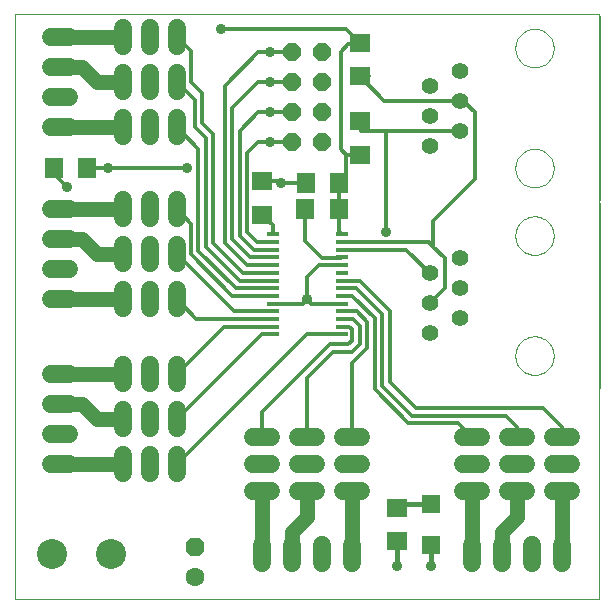
<source format=gtl>
G75*
G70*
%OFA0B0*%
%FSLAX24Y24*%
%IPPOS*%
%LPD*%
%AMOC8*
5,1,8,0,0,1.08239X$1,22.5*
%
%ADD10C,0.0000*%
%ADD11C,0.0600*%
%ADD12R,0.0710X0.0630*%
%ADD13R,0.0390X0.0120*%
%ADD14R,0.0630X0.0710*%
%ADD15R,0.0630X0.0709*%
%ADD16OC8,0.0630*%
%ADD17C,0.0630*%
%ADD18C,0.0004*%
%ADD19C,0.0554*%
%ADD20C,0.1000*%
%ADD21OC8,0.0600*%
%ADD22C,0.0594*%
%ADD23R,0.0591X0.0591*%
%ADD24C,0.0120*%
%ADD25C,0.0356*%
%ADD26C,0.0160*%
%ADD27C,0.0500*%
D10*
X000180Y000680D02*
X000180Y020176D01*
X019675Y020176D01*
X019675Y000680D01*
X000180Y000680D01*
X016869Y008805D02*
X016871Y008855D01*
X016877Y008905D01*
X016887Y008954D01*
X016900Y009003D01*
X016918Y009050D01*
X016939Y009096D01*
X016963Y009139D01*
X016991Y009181D01*
X017022Y009221D01*
X017056Y009258D01*
X017093Y009292D01*
X017133Y009323D01*
X017175Y009351D01*
X017218Y009375D01*
X017264Y009396D01*
X017311Y009414D01*
X017360Y009427D01*
X017409Y009437D01*
X017459Y009443D01*
X017509Y009445D01*
X017559Y009443D01*
X017609Y009437D01*
X017658Y009427D01*
X017707Y009414D01*
X017754Y009396D01*
X017800Y009375D01*
X017843Y009351D01*
X017885Y009323D01*
X017925Y009292D01*
X017962Y009258D01*
X017996Y009221D01*
X018027Y009181D01*
X018055Y009139D01*
X018079Y009096D01*
X018100Y009050D01*
X018118Y009003D01*
X018131Y008954D01*
X018141Y008905D01*
X018147Y008855D01*
X018149Y008805D01*
X018147Y008755D01*
X018141Y008705D01*
X018131Y008656D01*
X018118Y008607D01*
X018100Y008560D01*
X018079Y008514D01*
X018055Y008471D01*
X018027Y008429D01*
X017996Y008389D01*
X017962Y008352D01*
X017925Y008318D01*
X017885Y008287D01*
X017843Y008259D01*
X017800Y008235D01*
X017754Y008214D01*
X017707Y008196D01*
X017658Y008183D01*
X017609Y008173D01*
X017559Y008167D01*
X017509Y008165D01*
X017459Y008167D01*
X017409Y008173D01*
X017360Y008183D01*
X017311Y008196D01*
X017264Y008214D01*
X017218Y008235D01*
X017175Y008259D01*
X017133Y008287D01*
X017093Y008318D01*
X017056Y008352D01*
X017022Y008389D01*
X016991Y008429D01*
X016963Y008471D01*
X016939Y008514D01*
X016918Y008560D01*
X016900Y008607D01*
X016887Y008656D01*
X016877Y008705D01*
X016871Y008755D01*
X016869Y008805D01*
X016869Y012805D02*
X016871Y012855D01*
X016877Y012905D01*
X016887Y012954D01*
X016900Y013003D01*
X016918Y013050D01*
X016939Y013096D01*
X016963Y013139D01*
X016991Y013181D01*
X017022Y013221D01*
X017056Y013258D01*
X017093Y013292D01*
X017133Y013323D01*
X017175Y013351D01*
X017218Y013375D01*
X017264Y013396D01*
X017311Y013414D01*
X017360Y013427D01*
X017409Y013437D01*
X017459Y013443D01*
X017509Y013445D01*
X017559Y013443D01*
X017609Y013437D01*
X017658Y013427D01*
X017707Y013414D01*
X017754Y013396D01*
X017800Y013375D01*
X017843Y013351D01*
X017885Y013323D01*
X017925Y013292D01*
X017962Y013258D01*
X017996Y013221D01*
X018027Y013181D01*
X018055Y013139D01*
X018079Y013096D01*
X018100Y013050D01*
X018118Y013003D01*
X018131Y012954D01*
X018141Y012905D01*
X018147Y012855D01*
X018149Y012805D01*
X018147Y012755D01*
X018141Y012705D01*
X018131Y012656D01*
X018118Y012607D01*
X018100Y012560D01*
X018079Y012514D01*
X018055Y012471D01*
X018027Y012429D01*
X017996Y012389D01*
X017962Y012352D01*
X017925Y012318D01*
X017885Y012287D01*
X017843Y012259D01*
X017800Y012235D01*
X017754Y012214D01*
X017707Y012196D01*
X017658Y012183D01*
X017609Y012173D01*
X017559Y012167D01*
X017509Y012165D01*
X017459Y012167D01*
X017409Y012173D01*
X017360Y012183D01*
X017311Y012196D01*
X017264Y012214D01*
X017218Y012235D01*
X017175Y012259D01*
X017133Y012287D01*
X017093Y012318D01*
X017056Y012352D01*
X017022Y012389D01*
X016991Y012429D01*
X016963Y012471D01*
X016939Y012514D01*
X016918Y012560D01*
X016900Y012607D01*
X016887Y012656D01*
X016877Y012705D01*
X016871Y012755D01*
X016869Y012805D01*
X016869Y015055D02*
X016871Y015105D01*
X016877Y015155D01*
X016887Y015204D01*
X016900Y015253D01*
X016918Y015300D01*
X016939Y015346D01*
X016963Y015389D01*
X016991Y015431D01*
X017022Y015471D01*
X017056Y015508D01*
X017093Y015542D01*
X017133Y015573D01*
X017175Y015601D01*
X017218Y015625D01*
X017264Y015646D01*
X017311Y015664D01*
X017360Y015677D01*
X017409Y015687D01*
X017459Y015693D01*
X017509Y015695D01*
X017559Y015693D01*
X017609Y015687D01*
X017658Y015677D01*
X017707Y015664D01*
X017754Y015646D01*
X017800Y015625D01*
X017843Y015601D01*
X017885Y015573D01*
X017925Y015542D01*
X017962Y015508D01*
X017996Y015471D01*
X018027Y015431D01*
X018055Y015389D01*
X018079Y015346D01*
X018100Y015300D01*
X018118Y015253D01*
X018131Y015204D01*
X018141Y015155D01*
X018147Y015105D01*
X018149Y015055D01*
X018147Y015005D01*
X018141Y014955D01*
X018131Y014906D01*
X018118Y014857D01*
X018100Y014810D01*
X018079Y014764D01*
X018055Y014721D01*
X018027Y014679D01*
X017996Y014639D01*
X017962Y014602D01*
X017925Y014568D01*
X017885Y014537D01*
X017843Y014509D01*
X017800Y014485D01*
X017754Y014464D01*
X017707Y014446D01*
X017658Y014433D01*
X017609Y014423D01*
X017559Y014417D01*
X017509Y014415D01*
X017459Y014417D01*
X017409Y014423D01*
X017360Y014433D01*
X017311Y014446D01*
X017264Y014464D01*
X017218Y014485D01*
X017175Y014509D01*
X017133Y014537D01*
X017093Y014568D01*
X017056Y014602D01*
X017022Y014639D01*
X016991Y014679D01*
X016963Y014721D01*
X016939Y014764D01*
X016918Y014810D01*
X016900Y014857D01*
X016887Y014906D01*
X016877Y014955D01*
X016871Y015005D01*
X016869Y015055D01*
X016869Y019055D02*
X016871Y019105D01*
X016877Y019155D01*
X016887Y019204D01*
X016900Y019253D01*
X016918Y019300D01*
X016939Y019346D01*
X016963Y019389D01*
X016991Y019431D01*
X017022Y019471D01*
X017056Y019508D01*
X017093Y019542D01*
X017133Y019573D01*
X017175Y019601D01*
X017218Y019625D01*
X017264Y019646D01*
X017311Y019664D01*
X017360Y019677D01*
X017409Y019687D01*
X017459Y019693D01*
X017509Y019695D01*
X017559Y019693D01*
X017609Y019687D01*
X017658Y019677D01*
X017707Y019664D01*
X017754Y019646D01*
X017800Y019625D01*
X017843Y019601D01*
X017885Y019573D01*
X017925Y019542D01*
X017962Y019508D01*
X017996Y019471D01*
X018027Y019431D01*
X018055Y019389D01*
X018079Y019346D01*
X018100Y019300D01*
X018118Y019253D01*
X018131Y019204D01*
X018141Y019155D01*
X018147Y019105D01*
X018149Y019055D01*
X018147Y019005D01*
X018141Y018955D01*
X018131Y018906D01*
X018118Y018857D01*
X018100Y018810D01*
X018079Y018764D01*
X018055Y018721D01*
X018027Y018679D01*
X017996Y018639D01*
X017962Y018602D01*
X017925Y018568D01*
X017885Y018537D01*
X017843Y018509D01*
X017800Y018485D01*
X017754Y018464D01*
X017707Y018446D01*
X017658Y018433D01*
X017609Y018423D01*
X017559Y018417D01*
X017509Y018415D01*
X017459Y018417D01*
X017409Y018423D01*
X017360Y018433D01*
X017311Y018446D01*
X017264Y018464D01*
X017218Y018485D01*
X017175Y018509D01*
X017133Y018537D01*
X017093Y018568D01*
X017056Y018602D01*
X017022Y018639D01*
X016991Y018679D01*
X016963Y018721D01*
X016939Y018764D01*
X016918Y018810D01*
X016900Y018857D01*
X016887Y018906D01*
X016877Y018955D01*
X016871Y019005D01*
X016869Y019055D01*
D11*
X005580Y019130D02*
X005580Y019730D01*
X004680Y019730D02*
X004680Y019130D01*
X004680Y018230D02*
X004680Y017630D01*
X004680Y016730D02*
X004680Y016130D01*
X003780Y016130D02*
X003780Y016730D01*
X003780Y017630D02*
X003780Y018230D01*
X003780Y019130D02*
X003780Y019730D01*
X005580Y018230D02*
X005580Y017630D01*
X005580Y016730D02*
X005580Y016130D01*
X005580Y013980D02*
X005580Y013380D01*
X005580Y012480D02*
X005580Y011880D01*
X005580Y010980D02*
X005580Y010380D01*
X004680Y010380D02*
X004680Y010980D01*
X004680Y011880D02*
X004680Y012480D01*
X004680Y013380D02*
X004680Y013980D01*
X003780Y013980D02*
X003780Y013380D01*
X003780Y012480D02*
X003780Y011880D01*
X003780Y010980D02*
X003780Y010380D01*
X003780Y008480D02*
X003780Y007880D01*
X004680Y007880D02*
X004680Y008480D01*
X005580Y008480D02*
X005580Y007880D01*
X005580Y006980D02*
X005580Y006380D01*
X005580Y005480D02*
X005580Y004880D01*
X004680Y004880D02*
X004680Y005480D01*
X004680Y006380D02*
X004680Y006980D01*
X003780Y006980D02*
X003780Y006380D01*
X003780Y005480D02*
X003780Y004880D01*
X008130Y005180D02*
X008730Y005180D01*
X008730Y006080D02*
X008130Y006080D01*
X009630Y006080D02*
X010230Y006080D01*
X010230Y005180D02*
X009630Y005180D01*
X009630Y004280D02*
X010230Y004280D01*
X011130Y004280D02*
X011730Y004280D01*
X011730Y005180D02*
X011130Y005180D01*
X011130Y006080D02*
X011730Y006080D01*
X008730Y004280D02*
X008130Y004280D01*
X015130Y004280D02*
X015730Y004280D01*
X015730Y005180D02*
X015130Y005180D01*
X015130Y006080D02*
X015730Y006080D01*
X016630Y006080D02*
X017230Y006080D01*
X017230Y005180D02*
X016630Y005180D01*
X016630Y004280D02*
X017230Y004280D01*
X018130Y004280D02*
X018730Y004280D01*
X018730Y005180D02*
X018130Y005180D01*
X018130Y006080D02*
X018730Y006080D01*
D12*
X012930Y003740D03*
X012930Y002620D03*
X008430Y013495D03*
X008430Y014615D03*
X011680Y015495D03*
X011680Y016615D03*
X011680Y018120D03*
X011680Y019240D03*
D13*
X011079Y012843D03*
X011079Y012587D03*
X011079Y012332D03*
X011079Y012076D03*
X011079Y011820D03*
X011079Y011564D03*
X011079Y011308D03*
X011079Y011052D03*
X011079Y010796D03*
X011079Y010540D03*
X011079Y010284D03*
X011079Y010028D03*
X011079Y009773D03*
X011079Y009517D03*
X008781Y009517D03*
X008781Y009773D03*
X008781Y010028D03*
X008781Y010284D03*
X008781Y010540D03*
X008781Y010796D03*
X008781Y011052D03*
X008781Y011308D03*
X008781Y011564D03*
X008781Y011820D03*
X008781Y012076D03*
X008781Y012332D03*
X008781Y012587D03*
X008781Y012843D03*
D14*
X009870Y013680D03*
X010990Y013680D03*
D15*
X010981Y014555D03*
X009879Y014555D03*
X002606Y015055D03*
X001504Y015055D03*
D16*
X006180Y002430D03*
D17*
X006180Y001430D03*
D18*
X019678Y007730D02*
X019678Y013880D01*
X019678Y013980D02*
X019678Y020130D01*
D19*
X015009Y018305D03*
X015009Y017305D03*
X015009Y016305D03*
X014009Y015805D03*
X014009Y016805D03*
X014009Y017805D03*
X015009Y012055D03*
X015009Y011055D03*
X015009Y010055D03*
X014009Y009555D03*
X014009Y010555D03*
X014009Y011555D03*
D20*
X003399Y002180D03*
X001430Y002180D03*
D21*
X009430Y015930D03*
X009430Y016930D03*
X009430Y017930D03*
X009430Y018930D03*
X010430Y018930D03*
X010430Y017930D03*
X010430Y016930D03*
X010430Y015930D03*
D22*
X001977Y016430D02*
X001383Y016430D01*
X001383Y017430D02*
X001977Y017430D01*
X001977Y018430D02*
X001383Y018430D01*
X001383Y019430D02*
X001977Y019430D01*
X001977Y013680D02*
X001383Y013680D01*
X001383Y012680D02*
X001977Y012680D01*
X001977Y011680D02*
X001383Y011680D01*
X001383Y010680D02*
X001977Y010680D01*
X001977Y008180D02*
X001383Y008180D01*
X001383Y007180D02*
X001977Y007180D01*
X001977Y006180D02*
X001383Y006180D01*
X001383Y005180D02*
X001977Y005180D01*
X008430Y002477D02*
X008430Y001883D01*
X009430Y001883D02*
X009430Y002477D01*
X010430Y002477D02*
X010430Y001883D01*
X011430Y001883D02*
X011430Y002477D01*
X015430Y002477D02*
X015430Y001883D01*
X016430Y001883D02*
X016430Y002477D01*
X017430Y002477D02*
X017430Y001883D01*
X018430Y001883D02*
X018430Y002477D01*
D23*
X014055Y002491D03*
X014055Y003869D03*
D24*
X015430Y006080D02*
X014955Y006555D01*
X013305Y006555D01*
X012180Y007680D01*
X012180Y010055D01*
X011439Y010796D01*
X011079Y010796D01*
X011079Y010540D02*
X010070Y010540D01*
X009930Y010680D01*
X009930Y011430D01*
X010320Y011820D01*
X011079Y011820D01*
X011058Y012055D02*
X011079Y012076D01*
X011058Y012055D02*
X010430Y012055D01*
X009870Y012615D01*
X009870Y013680D01*
X009879Y014555D02*
X009055Y014555D01*
X008995Y014615D01*
X008430Y014615D01*
X007930Y015555D02*
X008305Y015930D01*
X008680Y015930D01*
X009430Y015930D01*
X009430Y016930D02*
X008680Y016930D01*
X008305Y016930D01*
X007680Y016305D01*
X007680Y012805D01*
X008153Y012332D01*
X008781Y012332D01*
X008781Y012076D02*
X008034Y012076D01*
X007430Y012680D01*
X007430Y017055D01*
X008305Y017930D01*
X008680Y017930D01*
X008805Y017930D01*
X008680Y017930D02*
X009430Y017930D01*
X009430Y018930D02*
X008680Y018930D01*
X008305Y018930D01*
X007180Y017805D01*
X007180Y012555D01*
X007915Y011820D01*
X008781Y011820D01*
X008781Y011564D02*
X007796Y011564D01*
X006805Y012555D01*
X006805Y016180D01*
X006430Y016555D01*
X006430Y017555D01*
X006055Y017930D01*
X006055Y018955D01*
X005580Y019430D01*
X007055Y019680D02*
X011240Y019680D01*
X011680Y019240D01*
X011870Y019180D01*
X011305Y019180D01*
X011055Y018930D01*
X011055Y015680D01*
X011240Y015495D01*
X011240Y014814D01*
X010981Y014555D01*
X010990Y014546D01*
X010990Y013680D01*
X010990Y012932D01*
X011079Y012843D01*
X011079Y012587D02*
X013976Y012587D01*
X014101Y012462D01*
X014134Y012495D01*
X014134Y013305D01*
X015509Y014680D01*
X015509Y016930D01*
X015134Y017305D01*
X015009Y017305D01*
X012495Y017305D01*
X011680Y018120D01*
X011990Y018120D01*
X011680Y016615D02*
X011740Y016305D01*
X012555Y016305D01*
X012555Y012930D01*
X013232Y012332D02*
X014009Y011555D01*
X014509Y011055D02*
X014009Y010555D01*
X014509Y011055D02*
X014509Y012055D01*
X014101Y012462D01*
X013232Y012332D02*
X011079Y012332D01*
X011079Y011308D02*
X011677Y011308D01*
X012680Y010305D01*
X012680Y007930D01*
X013555Y007055D01*
X017805Y007055D01*
X018430Y006430D01*
X018430Y006080D01*
X016930Y006080D02*
X016930Y006430D01*
X016555Y006805D01*
X013430Y006805D01*
X012430Y007805D01*
X012430Y010180D01*
X011558Y011052D01*
X011079Y011052D01*
X011079Y010284D02*
X011576Y010284D01*
X011930Y009930D01*
X011930Y009055D01*
X011430Y008555D01*
X011430Y006080D01*
X009930Y006080D02*
X009930Y008055D01*
X010805Y008930D01*
X011430Y008930D01*
X011680Y009180D01*
X011680Y009805D01*
X011457Y010028D01*
X011079Y010028D01*
X011079Y009773D02*
X011337Y009773D01*
X011430Y009680D01*
X011430Y009305D01*
X011305Y009180D01*
X010680Y009180D01*
X008430Y006930D01*
X008430Y006080D01*
X005580Y006680D02*
X008417Y009517D01*
X008781Y009517D01*
X008781Y009773D02*
X007173Y009773D01*
X005580Y008180D01*
X006232Y010028D02*
X005580Y010680D01*
X006232Y010028D02*
X008781Y010028D01*
X008781Y010284D02*
X007476Y010284D01*
X005580Y012180D01*
X006055Y012180D02*
X007430Y010805D01*
X008772Y010805D01*
X008781Y010796D01*
X008781Y010540D02*
X009790Y010540D01*
X009930Y010680D01*
X009917Y009517D02*
X005580Y005180D01*
X009917Y009517D02*
X011079Y009517D01*
X008781Y011052D02*
X008778Y011055D01*
X007555Y011055D01*
X006305Y012305D01*
X006305Y015705D01*
X005580Y016430D01*
X006180Y016430D02*
X006180Y017330D01*
X005580Y017930D01*
X006180Y016430D02*
X006555Y016055D01*
X006555Y012430D01*
X007677Y011308D01*
X008781Y011308D01*
X008781Y012587D02*
X008273Y012587D01*
X007930Y012930D01*
X007930Y015555D01*
X005930Y015055D02*
X003305Y015055D01*
X002606Y015055D01*
X001930Y014430D02*
X001504Y014856D01*
X001504Y015055D01*
X005580Y013680D02*
X006055Y013205D01*
X006055Y012180D01*
X008430Y013495D02*
X008781Y013144D01*
X008781Y012843D01*
X011240Y015495D02*
X011680Y015495D01*
X011740Y016430D02*
X011680Y016615D01*
X012555Y016305D02*
X015009Y016305D01*
D25*
X012555Y012930D03*
X009930Y010680D03*
X009055Y014555D03*
X008680Y015930D03*
X008680Y016930D03*
X008680Y017930D03*
X008680Y018930D03*
X007055Y019680D03*
X005930Y015055D03*
X003305Y015055D03*
X001930Y014430D03*
X012930Y001805D03*
X014055Y001805D03*
D26*
X014055Y002491D01*
X012930Y002620D02*
X012930Y001805D01*
X012930Y003740D02*
X012930Y003869D01*
X014055Y003869D01*
D27*
X015430Y004280D02*
X015430Y002180D01*
X016430Y002180D02*
X016430Y002930D01*
X016930Y003430D01*
X016930Y004280D01*
X018430Y004280D02*
X018430Y002180D01*
X011430Y002180D02*
X011430Y004280D01*
X009930Y004280D02*
X009930Y003430D01*
X009430Y002930D01*
X009430Y002180D01*
X008430Y002180D02*
X008430Y004280D01*
X003780Y005180D02*
X001680Y005180D01*
X002930Y006680D02*
X003780Y006680D01*
X002930Y006680D02*
X002430Y007180D01*
X001680Y007180D01*
X001680Y008180D02*
X003780Y008180D01*
X003780Y010680D02*
X001680Y010680D01*
X002930Y012180D02*
X003780Y012180D01*
X002930Y012180D02*
X002430Y012680D01*
X001680Y012680D01*
X001680Y013680D02*
X003780Y013680D01*
X003780Y016430D02*
X001680Y016430D01*
X002930Y017930D02*
X003780Y017930D01*
X002930Y017930D02*
X002430Y018430D01*
X001680Y018430D01*
X001680Y019430D02*
X003780Y019430D01*
M02*

</source>
